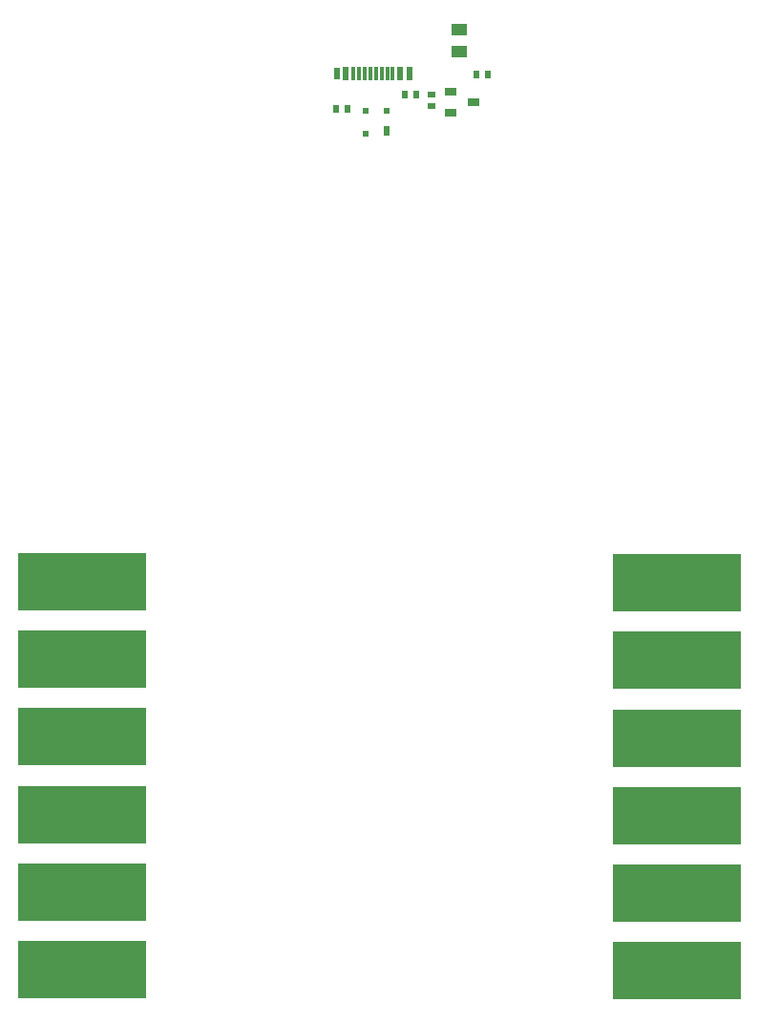
<source format=gbr>
%TF.GenerationSoftware,KiCad,Pcbnew,9.0.6*%
%TF.CreationDate,2025-12-04T14:52:28+01:00*%
%TF.ProjectId,ExtensionBoardBasic,45787465-6e73-4696-9f6e-426f61726442,rev?*%
%TF.SameCoordinates,Original*%
%TF.FileFunction,Paste,Top*%
%TF.FilePolarity,Positive*%
%FSLAX46Y46*%
G04 Gerber Fmt 4.6, Leading zero omitted, Abs format (unit mm)*
G04 Created by KiCad (PCBNEW 9.0.6) date 2025-12-04 14:52:28*
%MOMM*%
%LPD*%
G01*
G04 APERTURE LIST*
%ADD10R,11.430000X5.080000*%
%ADD11R,1.450000X1.000000*%
%ADD12R,0.700000X0.600000*%
%ADD13R,0.600000X0.700000*%
%ADD14R,0.600000X0.500000*%
%ADD15R,0.600000X0.900000*%
%ADD16R,1.000000X0.700000*%
%ADD17R,0.300000X1.150000*%
%ADD18R,0.500000X1.150000*%
%ADD19R,0.500000X1.100000*%
G04 APERTURE END LIST*
D10*
%TO.C,*%
X174744580Y-129751934D03*
%TD*%
D11*
%TO.C,F1*%
X155440580Y-55105604D03*
X155440580Y-53205604D03*
%TD*%
D12*
%TO.C,C1*%
X153027580Y-59989614D03*
X153027580Y-58989624D03*
%TD*%
D13*
%TO.C,C2*%
X157972600Y-57203594D03*
X156972610Y-57203594D03*
%TD*%
%TO.C,R1*%
X145526600Y-60251594D03*
X144526610Y-60251594D03*
%TD*%
%TO.C,R2*%
X150630580Y-58981594D03*
X151630580Y-58981594D03*
%TD*%
D14*
%TO.C,U1*%
X147124570Y-60394594D03*
X147124570Y-62394594D03*
X149024590Y-60394594D03*
D15*
X149024590Y-62194594D03*
%TD*%
D16*
%TO.C,U2*%
X156694580Y-59616594D03*
X154694580Y-60566604D03*
X154694580Y-58666584D03*
%TD*%
D17*
%TO.C,USB1*%
X148057610Y-57076594D03*
X147557590Y-57076594D03*
X147057620Y-57076594D03*
X146557590Y-57076594D03*
X148557590Y-57076594D03*
X149057610Y-57076594D03*
X149557580Y-57076594D03*
X146057620Y-57076594D03*
D18*
X150207570Y-57076594D03*
X151007620Y-57076594D03*
X145407580Y-57076594D03*
D19*
X144607580Y-57076594D03*
%TD*%
D10*
%TO.C,*%
X174744580Y-102227584D03*
%TD*%
%TO.C,*%
X122039580Y-108993234D03*
%TD*%
%TO.C,*%
X122039580Y-102112114D03*
%TD*%
%TO.C,*%
X174744580Y-109108694D03*
%TD*%
%TO.C,*%
X122039580Y-115874294D03*
%TD*%
%TO.C,*%
X122039580Y-129636474D03*
%TD*%
%TO.C,*%
X122039580Y-122755404D03*
%TD*%
%TO.C,*%
X174744580Y-122870874D03*
%TD*%
%TO.C,*%
X174744580Y-136633054D03*
%TD*%
%TO.C,*%
X174744580Y-115989764D03*
%TD*%
%TO.C,*%
X122039580Y-136517584D03*
%TD*%
M02*

</source>
